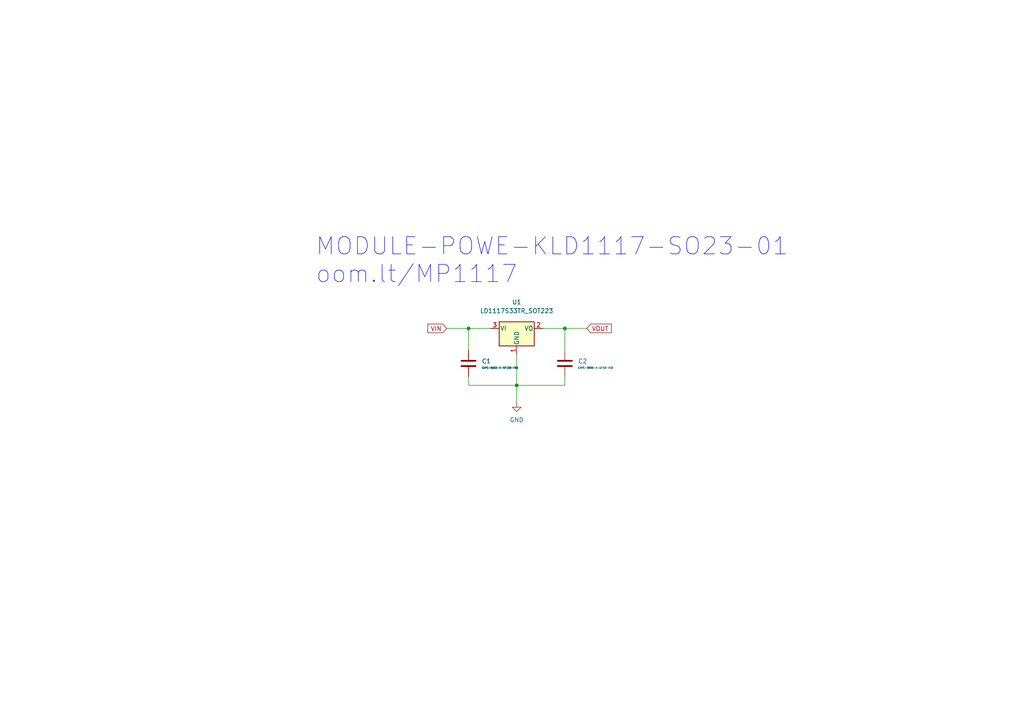
<source format=kicad_sch>
(kicad_sch (version 20211123) (generator eeschema)
  (paper "A4")
  (lib_symbols
    (symbol "Device:C" (pin_numbers hide) (pin_names (offset 0.254))
      (property "Reference" "C" (at 0.635 2.54 0))
      (property "Value" "C" (at 0.635 -2.54 0))
      (symbol "C_0_1"
        (polyline (pts (xy -2.032 -0.762) (xy 2.032 -0.762)) (stroke (width 0.508)))
        (polyline (pts (xy -2.032 0.762) (xy 2.032 0.762)) (stroke (width 0.508)))
      )
      (symbol "C_1_1"
        (pin passive line (at 0 3.81 270) (length 2.794) (name "~") (number "1"))
        (pin passive line (at 0 -3.81 90) (length 2.794) (name "~") (number "2"))
      )
    )
    (symbol "Regulator_Linear:LD1117S33TR_SOT223" (pin_names (offset 0.254))
      (property "Reference" "U" (at -3.81 3.175 0))
      (property "Value" "LD1117S33TR_SOT223" (at 0 3.175 0))
      (symbol "LD1117S33TR_SOT223_0_1"
        (rectangle (start -5.08 -5.08) (end 5.08 1.905) (stroke (width 0.254)) (fill (type background)))
      )
      (symbol "LD1117S33TR_SOT223_1_1"
        (pin power_in line (at 0 -7.62 90) (length 2.54) (name "GND") (number "1"))
        (pin power_out line (at 7.62 0 180) (length 2.54) (name "VO") (number "2"))
        (pin power_in line (at -7.62 0 0) (length 2.54) (name "VI") (number "3"))
      )
    )
    (symbol "power:GND" (power) (pin_names (offset 0))
      (property "Value" "GND" (at 0 -3.81 0))
      (symbol "GND_0_1"
        (polyline (pts (xy 0 0) (xy 0 -1.27) (xy 1.27 -1.27) (xy 0 -2.54) (xy -1.27 -1.27) (xy 0 -1.27)))
      )
      (symbol "GND_1_1"
        (pin power_in line (at 0 0 270) (length 0) hide (name "GND") (number "1"))
      )
    )
  )
  (junction (at 149.86 111.76))
  (junction (at 163.83 95.25))
  (junction (at 135.89 95.25))
  (wire (pts (xy 135.89 95.25) (xy 135.89 101.6)))
  (wire (pts (xy 163.83 109.22) (xy 163.83 111.76)))
  (wire (pts (xy 135.89 95.25) (xy 142.24 95.25)))
  (wire (pts (xy 135.89 111.76) (xy 135.89 109.22)))
  (wire (pts (xy 163.83 111.76) (xy 149.86 111.76)))
  (wire (pts (xy 163.83 95.25) (xy 170.18 95.25)))
  (wire (pts (xy 149.86 111.76) (xy 149.86 116.84)))
  (wire (pts (xy 157.48 95.25) (xy 163.83 95.25)))
  (wire (pts (xy 129.54 95.25) (xy 135.89 95.25)))
  (wire (pts (xy 163.83 95.25) (xy 163.83 101.6)))
  (wire (pts (xy 149.86 111.76) (xy 135.89 111.76)))
  (wire (pts (xy 149.86 102.87) (xy 149.86 111.76)))
  (text "MODULE-POWE-KLD1117-SO23-01\noom.lt/MP1117" (at 91.44 82.55 0) (effects (font (size 5 5)) (justify left bottom)))
  (global_label "VOUT" (shape input) (at 170.18 95.25 0) (property "Intersheet References" "${INTERSHEET_REFS}" (effects hide)))
  (global_label "VIN" (shape input) (at 129.54 95.25 180) (property "Intersheet References" "${INTERSHEET_REFS}" (effects hide)))
  (symbol (lib_id "Regulator_Linear:LD1117S33TR_SOT223") (at 149.86 95.25 0) (unit 1)
    (property "Reference" "U1" (at 149.86 87.63 0))
    (property "Value" "LD1117S33TR_SOT223" (at 149.86 90.17 0))
    (property "Footprint" "Package_TO_SOT_SMD:SOT-223-3_TabPin2" (effects hide))
    (property "Datasheet" "oom.lt/VR111722333" (effects hide))
  )
  (symbol (lib_id "power:GND") (at 149.86 116.84 0) (unit 1)
    (property "Reference" "#PWR?" (effects hide))
    (property "Value" "GND" (at 149.86 121.7956 0))
  )
  (symbol (lib_id "Device:C") (at 163.83 105.41 0) (unit 1)
    (property "Reference" "C2" (at 167.64 104.7749 0) (effects (justify left)))
    (property "Value" "CAPC-0805-X-UF10-V10" (at 167.64 106.68 0) (effects (font (size 0.5 0.5)) (justify left)))
    (property "Footprint" "Capacitor_SMD:C_0805_2012Metric" (effects hide))
    (property "Datasheet" "oom.lt/C85U010" (effects hide))
  )
  (symbol (lib_id "Device:C") (at 135.89 105.41 0) (unit 1)
    (property "Reference" "C1" (at 139.7 104.7749 0) (effects (justify left)))
    (property "Value" "CAPC-0603-X-NF100-V50" (at 139.7 106.68 0) (effects (font (size 0.5 0.5)) (justify left)))
    (property "Footprint" "Capacitor_SMD:C_0603_1608Metric" (effects hide))
    (property "Datasheet" "oom.lt/C6N100 " (effects hide))
  )
)
</source>
